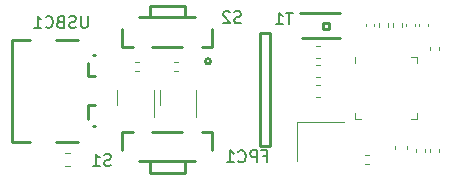
<source format=gbr>
%TF.GenerationSoftware,KiCad,Pcbnew,(6.0.2)*%
%TF.CreationDate,2022-07-11T18:19:18+02:00*%
%TF.ProjectId,ESP32-MicroView,45535033-322d-44d6-9963-726f56696577,rev?*%
%TF.SameCoordinates,Original*%
%TF.FileFunction,Legend,Bot*%
%TF.FilePolarity,Positive*%
%FSLAX46Y46*%
G04 Gerber Fmt 4.6, Leading zero omitted, Abs format (unit mm)*
G04 Created by KiCad (PCBNEW (6.0.2)) date 2022-07-11 18:19:18*
%MOMM*%
%LPD*%
G01*
G04 APERTURE LIST*
%ADD10C,0.150000*%
%ADD11C,0.250000*%
%ADD12C,0.120000*%
G04 APERTURE END LIST*
D10*
%TO.C,FPC1*%
X86296333Y-49101371D02*
X86629666Y-49101371D01*
X86629666Y-49625180D02*
X86629666Y-48625180D01*
X86153476Y-48625180D01*
X85772523Y-49625180D02*
X85772523Y-48625180D01*
X85391571Y-48625180D01*
X85296333Y-48672800D01*
X85248714Y-48720419D01*
X85201095Y-48815657D01*
X85201095Y-48958514D01*
X85248714Y-49053752D01*
X85296333Y-49101371D01*
X85391571Y-49148990D01*
X85772523Y-49148990D01*
X84201095Y-49529942D02*
X84248714Y-49577561D01*
X84391571Y-49625180D01*
X84486809Y-49625180D01*
X84629666Y-49577561D01*
X84724904Y-49482323D01*
X84772523Y-49387085D01*
X84820142Y-49196609D01*
X84820142Y-49053752D01*
X84772523Y-48863276D01*
X84724904Y-48768038D01*
X84629666Y-48672800D01*
X84486809Y-48625180D01*
X84391571Y-48625180D01*
X84248714Y-48672800D01*
X84201095Y-48720419D01*
X83248714Y-49625180D02*
X83820142Y-49625180D01*
X83534428Y-49625180D02*
X83534428Y-48625180D01*
X83629666Y-48768038D01*
X83724904Y-48863276D01*
X83820142Y-48910895D01*
%TO.C,USBC1*%
X71444195Y-37247580D02*
X71444195Y-38057104D01*
X71396576Y-38152342D01*
X71348957Y-38199961D01*
X71253719Y-38247580D01*
X71063242Y-38247580D01*
X70968004Y-38199961D01*
X70920385Y-38152342D01*
X70872766Y-38057104D01*
X70872766Y-37247580D01*
X70444195Y-38199961D02*
X70301338Y-38247580D01*
X70063242Y-38247580D01*
X69968004Y-38199961D01*
X69920385Y-38152342D01*
X69872766Y-38057104D01*
X69872766Y-37961866D01*
X69920385Y-37866628D01*
X69968004Y-37819009D01*
X70063242Y-37771390D01*
X70253719Y-37723771D01*
X70348957Y-37676152D01*
X70396576Y-37628533D01*
X70444195Y-37533295D01*
X70444195Y-37438057D01*
X70396576Y-37342819D01*
X70348957Y-37295200D01*
X70253719Y-37247580D01*
X70015623Y-37247580D01*
X69872766Y-37295200D01*
X69110861Y-37723771D02*
X68968004Y-37771390D01*
X68920385Y-37819009D01*
X68872766Y-37914247D01*
X68872766Y-38057104D01*
X68920385Y-38152342D01*
X68968004Y-38199961D01*
X69063242Y-38247580D01*
X69444195Y-38247580D01*
X69444195Y-37247580D01*
X69110861Y-37247580D01*
X69015623Y-37295200D01*
X68968004Y-37342819D01*
X68920385Y-37438057D01*
X68920385Y-37533295D01*
X68968004Y-37628533D01*
X69015623Y-37676152D01*
X69110861Y-37723771D01*
X69444195Y-37723771D01*
X67872766Y-38152342D02*
X67920385Y-38199961D01*
X68063242Y-38247580D01*
X68158480Y-38247580D01*
X68301338Y-38199961D01*
X68396576Y-38104723D01*
X68444195Y-38009485D01*
X68491814Y-37819009D01*
X68491814Y-37676152D01*
X68444195Y-37485676D01*
X68396576Y-37390438D01*
X68301338Y-37295200D01*
X68158480Y-37247580D01*
X68063242Y-37247580D01*
X67920385Y-37295200D01*
X67872766Y-37342819D01*
X66920385Y-38247580D02*
X67491814Y-38247580D01*
X67206100Y-38247580D02*
X67206100Y-37247580D01*
X67301338Y-37390438D01*
X67396576Y-37485676D01*
X67491814Y-37533295D01*
%TO.C,S2*%
X84429504Y-37793561D02*
X84286647Y-37841180D01*
X84048552Y-37841180D01*
X83953314Y-37793561D01*
X83905695Y-37745942D01*
X83858076Y-37650704D01*
X83858076Y-37555466D01*
X83905695Y-37460228D01*
X83953314Y-37412609D01*
X84048552Y-37364990D01*
X84239028Y-37317371D01*
X84334266Y-37269752D01*
X84381885Y-37222133D01*
X84429504Y-37126895D01*
X84429504Y-37031657D01*
X84381885Y-36936419D01*
X84334266Y-36888800D01*
X84239028Y-36841180D01*
X84000933Y-36841180D01*
X83858076Y-36888800D01*
X83477123Y-36936419D02*
X83429504Y-36888800D01*
X83334266Y-36841180D01*
X83096171Y-36841180D01*
X83000933Y-36888800D01*
X82953314Y-36936419D01*
X82905695Y-37031657D01*
X82905695Y-37126895D01*
X82953314Y-37269752D01*
X83524742Y-37841180D01*
X82905695Y-37841180D01*
%TO.C,T1*%
X88798304Y-36942780D02*
X88226876Y-36942780D01*
X88512590Y-37942780D02*
X88512590Y-36942780D01*
X87369733Y-37942780D02*
X87941161Y-37942780D01*
X87655447Y-37942780D02*
X87655447Y-36942780D01*
X87750685Y-37085638D01*
X87845923Y-37180876D01*
X87941161Y-37228495D01*
%TO.C,S1*%
X73405904Y-49883961D02*
X73263047Y-49931580D01*
X73024952Y-49931580D01*
X72929714Y-49883961D01*
X72882095Y-49836342D01*
X72834476Y-49741104D01*
X72834476Y-49645866D01*
X72882095Y-49550628D01*
X72929714Y-49503009D01*
X73024952Y-49455390D01*
X73215428Y-49407771D01*
X73310666Y-49360152D01*
X73358285Y-49312533D01*
X73405904Y-49217295D01*
X73405904Y-49122057D01*
X73358285Y-49026819D01*
X73310666Y-48979200D01*
X73215428Y-48931580D01*
X72977333Y-48931580D01*
X72834476Y-48979200D01*
X71882095Y-49931580D02*
X72453523Y-49931580D01*
X72167809Y-49931580D02*
X72167809Y-48931580D01*
X72263047Y-49074438D01*
X72358285Y-49169676D01*
X72453523Y-49217295D01*
D11*
%TO.C,FPC1*%
X86890200Y-38689200D02*
X86890200Y-48239200D01*
X86890200Y-48239200D02*
X86060200Y-48239200D01*
X86890200Y-38689200D02*
X86060200Y-38689200D01*
X86050200Y-48239200D02*
X86060200Y-38689200D01*
X81860200Y-41069200D02*
G75*
G03*
X81860200Y-41069200I-230000J0D01*
G01*
D12*
%TO.C,R4*%
X96140000Y-38152041D02*
X96140000Y-37844759D01*
X96900000Y-38152041D02*
X96900000Y-37844759D01*
D11*
%TO.C,USBC1*%
X71862900Y-46559200D02*
X72022900Y-46559200D01*
X65052900Y-39239200D02*
X65052900Y-47879200D01*
X65052900Y-39239200D02*
X66522900Y-39239200D01*
X71502900Y-44809200D02*
X72022900Y-44809200D01*
X71502900Y-42309200D02*
X72022900Y-42309200D01*
X71502900Y-45919200D02*
X71502900Y-44809200D01*
X71862900Y-40559200D02*
X72022900Y-40559200D01*
X65052900Y-47879200D02*
X66522900Y-47879200D01*
X68792900Y-47879200D02*
X70602900Y-47879200D01*
X68792900Y-39239200D02*
X70602900Y-39239200D01*
X71502900Y-42309200D02*
X71502900Y-41199200D01*
D12*
%TO.C,R8*%
X79110821Y-41934400D02*
X78775579Y-41934400D01*
X79110821Y-41174400D02*
X78775579Y-41174400D01*
%TO.C,C4*%
X91072580Y-43076400D02*
X90791420Y-43076400D01*
X91072580Y-44096400D02*
X90791420Y-44096400D01*
D11*
%TO.C,S2*%
X74381200Y-39858000D02*
X75251200Y-39858000D01*
X79681200Y-36358000D02*
X79681200Y-37358000D01*
X74381200Y-39858000D02*
X74381200Y-38338000D01*
X81981200Y-39858000D02*
X81981200Y-38338000D01*
X76911200Y-39858000D02*
X79451200Y-39858000D01*
X76681200Y-36358000D02*
X79681200Y-36358000D01*
X75811200Y-37358000D02*
X80551200Y-37358000D01*
X81111200Y-39858000D02*
X81981200Y-39858000D01*
X76681200Y-37358000D02*
X76681200Y-36358000D01*
D12*
%TO.C,R7*%
X95277321Y-49757600D02*
X94942079Y-49757600D01*
X95277321Y-48997600D02*
X94942079Y-48997600D01*
D11*
%TO.C,T1*%
X92764400Y-36989200D02*
X89404400Y-36999200D01*
X91334400Y-38299200D02*
X91334400Y-37799200D01*
X91334400Y-37799200D02*
X91844400Y-37799200D01*
X89564400Y-39099200D02*
X92764400Y-39099200D01*
X91844400Y-38299200D02*
X91334400Y-38299200D01*
X91844400Y-37799200D02*
X91844400Y-38299200D01*
D12*
%TO.C,Q1*%
X77535600Y-44145200D02*
X77535600Y-43495200D01*
X80655600Y-44145200D02*
X80655600Y-45820200D01*
X80655600Y-44145200D02*
X80655600Y-43495200D01*
X77535600Y-44145200D02*
X77535600Y-44795200D01*
%TO.C,C7*%
X90791420Y-41400000D02*
X91072580Y-41400000D01*
X90791420Y-42420000D02*
X91072580Y-42420000D01*
%TO.C,Q2*%
X73944000Y-44122100D02*
X73944000Y-43472100D01*
X77064000Y-44122100D02*
X77064000Y-45797100D01*
X77064000Y-44122100D02*
X77064000Y-43472100D01*
X73944000Y-44122100D02*
X73944000Y-44772100D01*
%TO.C,C3*%
X99512800Y-38106236D02*
X99512800Y-37890564D01*
X100232800Y-38106236D02*
X100232800Y-37890564D01*
%TO.C,C1*%
X98395200Y-38106236D02*
X98395200Y-37890564D01*
X99115200Y-38106236D02*
X99115200Y-37890564D01*
%TO.C,Y1*%
X89186000Y-46203600D02*
X93186000Y-46203600D01*
X89186000Y-49503600D02*
X89186000Y-46203600D01*
%TO.C,R1*%
X98017600Y-38152041D02*
X98017600Y-37844759D01*
X97257600Y-38152041D02*
X97257600Y-37844759D01*
%TO.C,C2*%
X94991600Y-38106236D02*
X94991600Y-37890564D01*
X95711600Y-38106236D02*
X95711600Y-37890564D01*
%TO.C,F2*%
X69511142Y-49900100D02*
X69985658Y-49900100D01*
X69511142Y-48855100D02*
X69985658Y-48855100D01*
%TO.C,C6*%
X90791420Y-39774400D02*
X91072580Y-39774400D01*
X90791420Y-40794400D02*
X91072580Y-40794400D01*
%TO.C,R9*%
X75758021Y-41174400D02*
X75422779Y-41174400D01*
X75758021Y-41934400D02*
X75422779Y-41934400D01*
%TO.C,C8*%
X101147200Y-40087436D02*
X101147200Y-39871764D01*
X100427200Y-40087436D02*
X100427200Y-39871764D01*
%TO.C,R3*%
X99998800Y-48461959D02*
X99998800Y-48769241D01*
X99238800Y-48461959D02*
X99238800Y-48769241D01*
%TO.C,C9*%
X97483200Y-48221020D02*
X97483200Y-48502180D01*
X98503200Y-48221020D02*
X98503200Y-48502180D01*
%TO.C,R2*%
X100407200Y-48461959D02*
X100407200Y-48769241D01*
X101167200Y-48461959D02*
X101167200Y-48769241D01*
%TO.C,U1*%
X94113200Y-45467400D02*
X94113200Y-45942400D01*
X94113200Y-45942400D02*
X94588200Y-45942400D01*
X94113200Y-41197400D02*
X94113200Y-40722400D01*
X99333200Y-41197400D02*
X99333200Y-40722400D01*
X99333200Y-40722400D02*
X98858200Y-40722400D01*
X99333200Y-45467400D02*
X99333200Y-45942400D01*
X99333200Y-45942400D02*
X98858200Y-45942400D01*
D11*
%TO.C,S1*%
X74381200Y-47052300D02*
X74381200Y-48572300D01*
X80551200Y-49552300D02*
X75811200Y-49552300D01*
X81981200Y-47052300D02*
X81111200Y-47052300D01*
X75251200Y-47052300D02*
X74381200Y-47052300D01*
X79681200Y-50552300D02*
X76681200Y-50552300D01*
X81981200Y-47052300D02*
X81981200Y-48572300D01*
X79681200Y-49552300D02*
X79681200Y-50552300D01*
X76681200Y-50552300D02*
X76681200Y-49552300D01*
X79451200Y-47052300D02*
X76911200Y-47052300D01*
%TD*%
M02*

</source>
